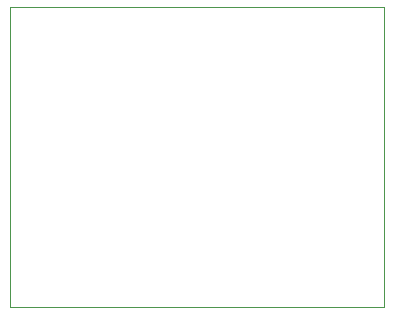
<source format=gm1>
G04 #@! TF.GenerationSoftware,KiCad,Pcbnew,8.0.3*
G04 #@! TF.CreationDate,2024-06-16T13:56:31+02:00*
G04 #@! TF.ProjectId,UPET-Wifi,55504554-2d57-4696-9669-2e6b69636164,rev?*
G04 #@! TF.SameCoordinates,Original*
G04 #@! TF.FileFunction,Profile,NP*
%FSLAX46Y46*%
G04 Gerber Fmt 4.6, Leading zero omitted, Abs format (unit mm)*
G04 Created by KiCad (PCBNEW 8.0.3) date 2024-06-16 13:56:31*
%MOMM*%
%LPD*%
G01*
G04 APERTURE LIST*
G04 #@! TA.AperFunction,Profile*
%ADD10C,0.050000*%
G04 #@! TD*
G04 APERTURE END LIST*
D10*
X156210000Y-107950000D02*
X124485000Y-107950000D01*
X124485000Y-82550000D02*
X156210000Y-82550000D01*
X156210000Y-82550000D02*
X156210000Y-107950000D01*
X124485000Y-107950000D02*
X124485000Y-82550000D01*
M02*

</source>
